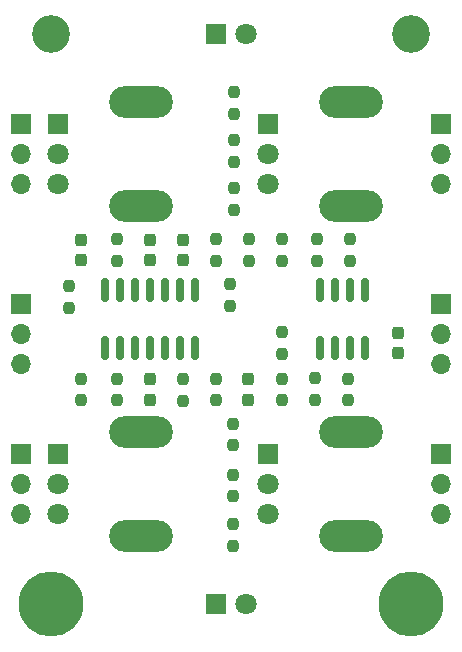
<source format=gbr>
%TF.GenerationSoftware,KiCad,Pcbnew,(6.0.9-0)*%
%TF.CreationDate,2024-11-07T13:03:10+01:00*%
%TF.ProjectId,attenuverters,61747465-6e75-4766-9572-746572732e6b,rev?*%
%TF.SameCoordinates,Original*%
%TF.FileFunction,Soldermask,Top*%
%TF.FilePolarity,Negative*%
%FSLAX46Y46*%
G04 Gerber Fmt 4.6, Leading zero omitted, Abs format (unit mm)*
G04 Created by KiCad (PCBNEW (6.0.9-0)) date 2024-11-07 13:03:10*
%MOMM*%
%LPD*%
G01*
G04 APERTURE LIST*
G04 Aperture macros list*
%AMRoundRect*
0 Rectangle with rounded corners*
0 $1 Rounding radius*
0 $2 $3 $4 $5 $6 $7 $8 $9 X,Y pos of 4 corners*
0 Add a 4 corners polygon primitive as box body*
4,1,4,$2,$3,$4,$5,$6,$7,$8,$9,$2,$3,0*
0 Add four circle primitives for the rounded corners*
1,1,$1+$1,$2,$3*
1,1,$1+$1,$4,$5*
1,1,$1+$1,$6,$7*
1,1,$1+$1,$8,$9*
0 Add four rect primitives between the rounded corners*
20,1,$1+$1,$2,$3,$4,$5,0*
20,1,$1+$1,$4,$5,$6,$7,0*
20,1,$1+$1,$6,$7,$8,$9,0*
20,1,$1+$1,$8,$9,$2,$3,0*%
G04 Aperture macros list end*
%ADD10RoundRect,0.237500X-0.237500X0.250000X-0.237500X-0.250000X0.237500X-0.250000X0.237500X0.250000X0*%
%ADD11RoundRect,0.237500X0.237500X-0.250000X0.237500X0.250000X-0.237500X0.250000X-0.237500X-0.250000X0*%
%ADD12RoundRect,0.237500X0.237500X-0.300000X0.237500X0.300000X-0.237500X0.300000X-0.237500X-0.300000X0*%
%ADD13C,1.800000*%
%ADD14R,1.800000X1.800000*%
%ADD15O,1.700000X1.700000*%
%ADD16R,1.700000X1.700000*%
%ADD17O,5.400000X2.700000*%
%ADD18C,3.200000*%
%ADD19RoundRect,0.237500X-0.237500X0.300000X-0.237500X-0.300000X0.237500X-0.300000X0.237500X0.300000X0*%
%ADD20C,5.500000*%
%ADD21RoundRect,0.150000X-0.150000X0.825000X-0.150000X-0.825000X0.150000X-0.825000X0.150000X0.825000X0*%
G04 APERTURE END LIST*
D10*
%TO.C,R11*%
X20447000Y-44219500D03*
X20447000Y-42394500D03*
%TD*%
%TO.C,R5*%
X20574000Y-11834500D03*
X20574000Y-10009500D03*
%TD*%
D11*
%TO.C,R2*%
X7620000Y-34266500D03*
X7620000Y-36091500D03*
%TD*%
D10*
%TO.C,R18*%
X24638000Y-24280500D03*
X24638000Y-22455500D03*
%TD*%
D12*
%TO.C,C4*%
X21717000Y-34316500D03*
X21717000Y-36041500D03*
%TD*%
D13*
%TO.C,D2*%
X21590000Y-53340000D03*
D14*
X19050000Y-53340000D03*
%TD*%
D13*
%TO.C,D1*%
X21590000Y-5080000D03*
D14*
X19050000Y-5080000D03*
%TD*%
D15*
%TO.C,J1*%
X2540000Y-17780000D03*
X2540000Y-15240000D03*
D16*
X2540000Y-12700000D03*
%TD*%
D13*
%TO.C,RV3*%
X23480000Y-17740000D03*
X23480000Y-15240000D03*
D14*
X23480000Y-12740000D03*
D17*
X30480000Y-10840000D03*
X30480000Y-19640000D03*
%TD*%
D13*
%TO.C,RV1*%
X5700000Y-17740000D03*
X5700000Y-15240000D03*
D14*
X5700000Y-12740000D03*
D17*
X12700000Y-10840000D03*
X12700000Y-19640000D03*
%TD*%
D10*
%TO.C,R20*%
X24638000Y-32154500D03*
X24638000Y-30329500D03*
%TD*%
D11*
%TO.C,R21*%
X27559000Y-22455500D03*
X27559000Y-24280500D03*
%TD*%
D18*
%TO.C,H2*%
X5080000Y-5080000D03*
%TD*%
D10*
%TO.C,R22*%
X27432000Y-36068000D03*
X27432000Y-34243000D03*
%TD*%
D19*
%TO.C,C1*%
X16256000Y-24230500D03*
X16256000Y-22505500D03*
%TD*%
D11*
%TO.C,R9*%
X20574000Y-18137500D03*
X20574000Y-19962500D03*
%TD*%
D12*
%TO.C,C2*%
X13462000Y-34316500D03*
X13462000Y-36041500D03*
%TD*%
D15*
%TO.C,J2*%
X2540000Y-33020000D03*
X2540000Y-30480000D03*
D16*
X2540000Y-27940000D03*
%TD*%
D15*
%TO.C,J6*%
X2540000Y-45720000D03*
X2540000Y-43180000D03*
D16*
X2540000Y-40640000D03*
%TD*%
D11*
%TO.C,R6*%
X20574000Y-14073500D03*
X20574000Y-15898500D03*
%TD*%
%TO.C,R15*%
X6604000Y-26416000D03*
X6604000Y-28241000D03*
%TD*%
%TO.C,R10*%
X20193000Y-26265500D03*
X20193000Y-28090500D03*
%TD*%
D13*
%TO.C,RV2*%
X5700000Y-45680000D03*
X5700000Y-43180000D03*
D14*
X5700000Y-40680000D03*
D17*
X12700000Y-47580000D03*
X12700000Y-38780000D03*
%TD*%
D10*
%TO.C,R1*%
X21844000Y-24280500D03*
X21844000Y-22455500D03*
%TD*%
D11*
%TO.C,R13*%
X10668000Y-22455500D03*
X10668000Y-24280500D03*
%TD*%
%TO.C,R7*%
X20447000Y-38076500D03*
X20447000Y-39901500D03*
%TD*%
D19*
%TO.C,C3*%
X7620000Y-24230500D03*
X7620000Y-22505500D03*
%TD*%
D12*
%TO.C,C6*%
X34417000Y-30406000D03*
X34417000Y-32131000D03*
%TD*%
D15*
%TO.C,J5*%
X38100000Y-33020000D03*
X38100000Y-30480000D03*
D16*
X38100000Y-27940000D03*
%TD*%
D11*
%TO.C,R3*%
X19050000Y-22455500D03*
X19050000Y-24280500D03*
%TD*%
D20*
%TO.C,H1*%
X35560000Y-53340000D03*
%TD*%
D21*
%TO.C,U2*%
X31623000Y-31685000D03*
X30353000Y-31685000D03*
X29083000Y-31685000D03*
X27813000Y-31685000D03*
X27813000Y-26735000D03*
X29083000Y-26735000D03*
X30353000Y-26735000D03*
X31623000Y-26735000D03*
%TD*%
D12*
%TO.C,C5*%
X13462000Y-22505500D03*
X13462000Y-24230500D03*
%TD*%
D15*
%TO.C,J3*%
X38100000Y-45720000D03*
X38100000Y-43180000D03*
D16*
X38100000Y-40640000D03*
%TD*%
D11*
%TO.C,R16*%
X24638000Y-34266500D03*
X24638000Y-36091500D03*
%TD*%
D15*
%TO.C,J4*%
X38100000Y-17780000D03*
X38100000Y-15240000D03*
D16*
X38100000Y-12700000D03*
%TD*%
D10*
%TO.C,R14*%
X19050000Y-36091500D03*
X19050000Y-34266500D03*
%TD*%
%TO.C,R8*%
X20447000Y-48410500D03*
X20447000Y-46585500D03*
%TD*%
%TO.C,R19*%
X30226000Y-36091500D03*
X30226000Y-34266500D03*
%TD*%
D20*
%TO.C,H3*%
X5080000Y-53340000D03*
%TD*%
D18*
%TO.C,H4*%
X35560000Y-5080000D03*
%TD*%
D11*
%TO.C,R12*%
X16256000Y-34290000D03*
X16256000Y-36115000D03*
%TD*%
%TO.C,R17*%
X30353000Y-22455500D03*
X30353000Y-24280500D03*
%TD*%
D10*
%TO.C,R4*%
X10668000Y-36091500D03*
X10668000Y-34266500D03*
%TD*%
D13*
%TO.C,RV4*%
X23480000Y-45680000D03*
X23480000Y-43180000D03*
D14*
X23480000Y-40680000D03*
D17*
X30480000Y-38780000D03*
X30480000Y-47580000D03*
%TD*%
D21*
%TO.C,U1*%
X17272000Y-31685000D03*
X16002000Y-31685000D03*
X14732000Y-31685000D03*
X13462000Y-31685000D03*
X12192000Y-31685000D03*
X10922000Y-31685000D03*
X9652000Y-31685000D03*
X9652000Y-26735000D03*
X10922000Y-26735000D03*
X12192000Y-26735000D03*
X13462000Y-26735000D03*
X14732000Y-26735000D03*
X16002000Y-26735000D03*
X17272000Y-26735000D03*
%TD*%
M02*

</source>
